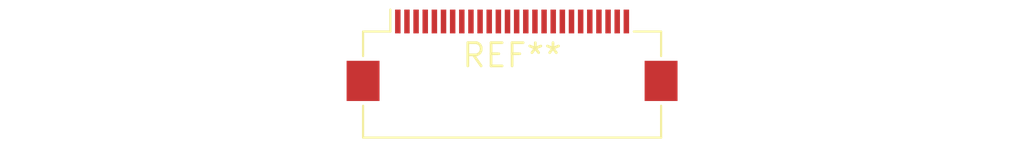
<source format=kicad_pcb>
(kicad_pcb (version 20240108) (generator pcbnew)
  (layers (0 "F.Cu" signal) (31 "B.Cu" signal) (34 "B.Paste" user) (35 "F.Paste" user) (36 "B.SilkS" user "B.Silkscreen") (37 "F.SilkS" user "F.Silkscreen") (38 "B.Mask" user) (39 "F.Mask" user) (44 "Edge.Cuts" user))
  (net 0 "")
  (footprint "Hirose_FH12-26S-0.5SH_1x26-1MP_P0.50mm_Horizontal" (layer "F.Cu") (at 0 0)
    (property "Reference" "REF**")
    (property "Value" "Hirose_FH12-26S-0.5SH_1x26-1MP_P0.50mm_Horizontal")
    (fp_line (start -8.15 -1.3) (end -8.15 0.04) (layer "F.SilkS") (stroke (width 0.12)))
    (fp_line (start -8.15 2.76) (end -8.15 4.5) (layer "F.SilkS") (stroke (width 0.12)))
    (fp_line (start -8.15 4.5) (end 8.15 4.5) (layer "F.SilkS") (stroke (width 0.12)))
    (fp_line (start -6.66 -1.3) (end -8.15 -1.3) (layer "F.SilkS") (stroke (width 0.12)))
    (fp_line (start -6.66 -1.3) (end -6.66 -2.5) (layer "F.SilkS") (stroke (width 0.12)))
    (fp_line (start 6.66 -1.3) (end 8.15 -1.3) (layer "F.SilkS") (stroke (width 0.12)))
    (fp_line (start 8.15 -1.3) (end 8.15 0.04) (layer "F.SilkS") (stroke (width 0.12)))
    (fp_line (start 8.15 4.5) (end 8.15 2.76) (layer "F.SilkS") (stroke (width 0.12)))
    (pad "1" smd rect (at -6.25 -1.85) (size 0.3 1.3) (layers "F.Cu" "F.Paste" "F.Mask"))
    (pad "2" smd rect (at -5.75 -1.85) (size 0.3 1.3) (layers "F.Cu" "F.Paste" "F.Mask"))
    (pad "3" smd rect (at -5.25 -1.85) (size 0.3 1.3) (layers "F.Cu" "F.Paste" "F.Mask"))
    (pad "4" smd rect (at -4.75 -1.85) (size 0.3 1.3) (layers "F.Cu" "F.Paste" "F.Mask"))
    (pad "5" smd rect (at -4.25 -1.85) (size 0.3 1.3) (layers "F.Cu" "F.Paste" "F.Mask"))
    (pad "6" smd rect (at -3.75 -1.85) (size 0.3 1.3) (layers "F.Cu" "F.Paste" "F.Mask"))
    (pad "7" smd rect (at -3.25 -1.85) (size 0.3 1.3) (layers "F.Cu" "F.Paste" "F.Mask"))
    (pad "8" smd rect (at -2.75 -1.85) (size 0.3 1.3) (layers "F.Cu" "F.Paste" "F.Mask"))
    (pad "9" smd rect (at -2.25 -1.85) (size 0.3 1.3) (layers "F.Cu" "F.Paste" "F.Mask"))
    (pad "10" smd rect (at -1.75 -1.85) (size 0.3 1.3) (layers "F.Cu" "F.Paste" "F.Mask"))
    (pad "11" smd rect (at -1.25 -1.85) (size 0.3 1.3) (layers "F.Cu" "F.Paste" "F.Mask"))
    (pad "12" smd rect (at -0.75 -1.85) (size 0.3 1.3) (layers "F.Cu" "F.Paste" "F.Mask"))
    (pad "13" smd rect (at -0.25 -1.85) (size 0.3 1.3) (layers "F.Cu" "F.Paste" "F.Mask"))
    (pad "14" smd rect (at 0.25 -1.85) (size 0.3 1.3) (layers "F.Cu" "F.Paste" "F.Mask"))
    (pad "15" smd rect (at 0.75 -1.85) (size 0.3 1.3) (layers "F.Cu" "F.Paste" "F.Mask"))
    (pad "16" smd rect (at 1.25 -1.85) (size 0.3 1.3) (layers "F.Cu" "F.Paste" "F.Mask"))
    (pad "17" smd rect (at 1.75 -1.85) (size 0.3 1.3) (layers "F.Cu" "F.Paste" "F.Mask"))
    (pad "18" smd rect (at 2.25 -1.85) (size 0.3 1.3) (layers "F.Cu" "F.Paste" "F.Mask"))
    (pad "19" smd rect (at 2.75 -1.85) (size 0.3 1.3) (layers "F.Cu" "F.Paste" "F.Mask"))
    (pad "20" smd rect (at 3.25 -1.85) (size 0.3 1.3) (layers "F.Cu" "F.Paste" "F.Mask"))
    (pad "21" smd rect (at 3.75 -1.85) (size 0.3 1.3) (layers "F.Cu" "F.Paste" "F.Mask"))
    (pad "22" smd rect (at 4.25 -1.85) (size 0.3 1.3) (layers "F.Cu" "F.Paste" "F.Mask"))
    (pad "23" smd rect (at 4.75 -1.85) (size 0.3 1.3) (layers "F.Cu" "F.Paste" "F.Mask"))
    (pad "24" smd rect (at 5.25 -1.85) (size 0.3 1.3) (layers "F.Cu" "F.Paste" "F.Mask"))
    (pad "25" smd rect (at 5.75 -1.85) (size 0.3 1.3) (layers "F.Cu" "F.Paste" "F.Mask"))
    (pad "26" smd rect (at 6.25 -1.85) (size 0.3 1.3) (layers "F.Cu" "F.Paste" "F.Mask"))
    (pad "MP" smd rect (at -8.15 1.4) (size 1.8 2.2) (layers "F.Cu" "F.Paste" "F.Mask"))
    (pad "MP" smd rect (at 8.15 1.4) (size 1.8 2.2) (layers "F.Cu" "F.Paste" "F.Mask"))
  )
)
</source>
